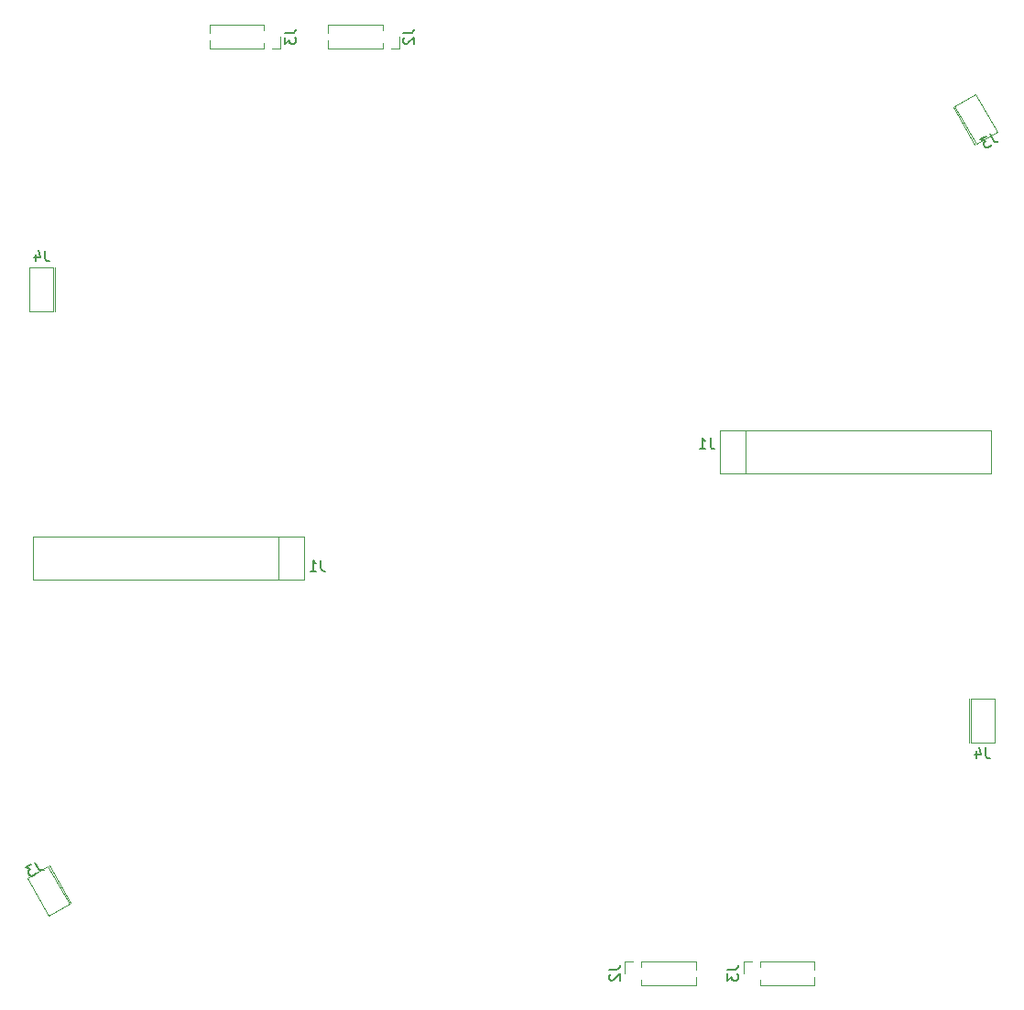
<source format=gbo>
%TF.GenerationSoftware,KiCad,Pcbnew,(6.0.1)*%
%TF.CreationDate,2022-10-14T11:51:34+08:00*%
%TF.ProjectId,CRVisionJoystickMerge,43525669-7369-46f6-9e4a-6f7973746963,rev?*%
%TF.SameCoordinates,Original*%
%TF.FileFunction,Legend,Bot*%
%TF.FilePolarity,Positive*%
%FSLAX46Y46*%
G04 Gerber Fmt 4.6, Leading zero omitted, Abs format (unit mm)*
G04 Created by KiCad (PCBNEW (6.0.1)) date 2022-10-14 11:51:34*
%MOMM*%
%LPD*%
G01*
G04 APERTURE LIST*
G04 Aperture macros list*
%AMHorizOval*
0 Thick line with rounded ends*
0 $1 width*
0 $2 $3 position (X,Y) of the first rounded end (center of the circle)*
0 $4 $5 position (X,Y) of the second rounded end (center of the circle)*
0 Add line between two ends*
20,1,$1,$2,$3,$4,$5,0*
0 Add two circle primitives to create the rounded ends*
1,1,$1,$2,$3*
1,1,$1,$4,$5*%
G04 Aperture macros list end*
%ADD10C,0.150000*%
%ADD11C,0.120000*%
%ADD12R,1.700000X1.700000*%
%ADD13O,1.700000X1.700000*%
%ADD14O,1.200000X3.000000*%
%ADD15R,1.000000X1.000000*%
%ADD16O,1.000000X1.000000*%
%ADD17HorizOval,1.200000X-0.450000X0.779423X0.450000X-0.779423X0*%
G04 APERTURE END LIST*
D10*
X112733333Y-81852380D02*
X112733333Y-82566666D01*
X112780952Y-82709523D01*
X112876190Y-82804761D01*
X113019047Y-82852380D01*
X113114285Y-82852380D01*
X111733333Y-82852380D02*
X112304761Y-82852380D01*
X112019047Y-82852380D02*
X112019047Y-81852380D01*
X112114285Y-81995238D01*
X112209523Y-82090476D01*
X112304761Y-82138095D01*
X139369380Y-119716666D02*
X140083666Y-119716666D01*
X140226523Y-119669047D01*
X140321761Y-119573809D01*
X140369380Y-119430952D01*
X140369380Y-119335714D01*
X139464619Y-120145238D02*
X139417000Y-120192857D01*
X139369380Y-120288095D01*
X139369380Y-120526190D01*
X139417000Y-120621428D01*
X139464619Y-120669047D01*
X139559857Y-120716666D01*
X139655095Y-120716666D01*
X139797952Y-120669047D01*
X140369380Y-120097619D01*
X140369380Y-120716666D01*
X86265917Y-109773941D02*
X86623060Y-110392530D01*
X86735728Y-110492439D01*
X86865826Y-110527298D01*
X87013353Y-110497109D01*
X87095832Y-110449490D01*
X85936003Y-109964417D02*
X85399892Y-110273941D01*
X85879043Y-110437189D01*
X85755325Y-110508617D01*
X85696656Y-110597476D01*
X85679226Y-110662524D01*
X85685606Y-110768812D01*
X85804654Y-110975009D01*
X85893512Y-111033678D01*
X85958561Y-111051108D01*
X86064849Y-111044728D01*
X86312285Y-110901871D01*
X86370954Y-110813013D01*
X86388384Y-110747964D01*
X150301380Y-119716666D02*
X151015666Y-119716666D01*
X151158523Y-119669047D01*
X151253761Y-119573809D01*
X151301380Y-119430952D01*
X151301380Y-119335714D01*
X150301380Y-120097619D02*
X150301380Y-120716666D01*
X150682333Y-120383333D01*
X150682333Y-120526190D01*
X150729952Y-120621428D01*
X150777571Y-120669047D01*
X150872809Y-120716666D01*
X151110904Y-120716666D01*
X151206142Y-120669047D01*
X151253761Y-120621428D01*
X151301380Y-120526190D01*
X151301380Y-120240476D01*
X151253761Y-120145238D01*
X151206142Y-120097619D01*
X148733333Y-70552380D02*
X148733333Y-71266666D01*
X148780952Y-71409523D01*
X148876190Y-71504761D01*
X149019047Y-71552380D01*
X149114285Y-71552380D01*
X147733333Y-71552380D02*
X148304761Y-71552380D01*
X148019047Y-71552380D02*
X148019047Y-70552380D01*
X148114285Y-70695238D01*
X148209523Y-70790476D01*
X148304761Y-70838095D01*
X109403380Y-33116666D02*
X110117666Y-33116666D01*
X110260523Y-33069047D01*
X110355761Y-32973809D01*
X110403380Y-32830952D01*
X110403380Y-32735714D01*
X109403380Y-33497619D02*
X109403380Y-34116666D01*
X109784333Y-33783333D01*
X109784333Y-33926190D01*
X109831952Y-34021428D01*
X109879571Y-34069047D01*
X109974809Y-34116666D01*
X110212904Y-34116666D01*
X110308142Y-34069047D01*
X110355761Y-34021428D01*
X110403380Y-33926190D01*
X110403380Y-33640476D01*
X110355761Y-33545238D01*
X110308142Y-33497619D01*
X174213333Y-99182380D02*
X174213333Y-99896666D01*
X174260952Y-100039523D01*
X174356190Y-100134761D01*
X174499047Y-100182380D01*
X174594285Y-100182380D01*
X173308571Y-99515714D02*
X173308571Y-100182380D01*
X173546666Y-99134761D02*
X173784761Y-99849047D01*
X173165714Y-99849047D01*
X174563813Y-42444221D02*
X174920956Y-43062810D01*
X175033624Y-43162719D01*
X175163722Y-43197578D01*
X175311249Y-43167389D01*
X175393728Y-43119770D01*
X174233899Y-42634697D02*
X173697788Y-42944221D01*
X174176939Y-43107469D01*
X174053221Y-43178897D01*
X173994552Y-43267756D01*
X173977122Y-43332804D01*
X173983502Y-43439092D01*
X174102550Y-43645289D01*
X174191408Y-43703958D01*
X174256457Y-43721388D01*
X174362745Y-43715008D01*
X174610181Y-43572151D01*
X174668850Y-43483293D01*
X174686280Y-43418244D01*
X120335380Y-33116666D02*
X121049666Y-33116666D01*
X121192523Y-33069047D01*
X121287761Y-32973809D01*
X121335380Y-32830952D01*
X121335380Y-32735714D01*
X120430619Y-33545238D02*
X120383000Y-33592857D01*
X120335380Y-33688095D01*
X120335380Y-33926190D01*
X120383000Y-34021428D01*
X120430619Y-34069047D01*
X120525857Y-34116666D01*
X120621095Y-34116666D01*
X120763952Y-34069047D01*
X121335380Y-33497619D01*
X121335380Y-34116666D01*
X87253333Y-53222380D02*
X87253333Y-53936666D01*
X87300952Y-54079523D01*
X87396190Y-54174761D01*
X87539047Y-54222380D01*
X87634285Y-54222380D01*
X86348571Y-53555714D02*
X86348571Y-54222380D01*
X86586666Y-53174761D02*
X86824761Y-53889047D01*
X86205714Y-53889047D01*
D11*
X108790000Y-79650000D02*
X108790000Y-83650000D01*
X111160000Y-79650000D02*
X86100000Y-79650000D01*
X86100000Y-83650000D02*
X111160000Y-83650000D01*
X86100000Y-79650000D02*
X86100000Y-83650000D01*
X111160000Y-83650000D02*
X111160000Y-79650000D01*
X142372000Y-120613471D02*
X142372000Y-121160000D01*
X141612000Y-118940000D02*
X140852000Y-118940000D01*
X147387000Y-120357530D02*
X147387000Y-121160000D01*
X142372000Y-118940000D02*
X142372000Y-119486529D01*
X142372000Y-118940000D02*
X147387000Y-118940000D01*
X142372000Y-121160000D02*
X147387000Y-121160000D01*
X140852000Y-118940000D02*
X140852000Y-120050000D01*
X147387000Y-118940000D02*
X147387000Y-119742470D01*
X87568424Y-114728911D02*
X89473680Y-113628911D01*
X89473680Y-113628911D02*
X87473680Y-110164809D01*
X87473680Y-110164809D02*
X85568424Y-111264809D01*
X85568424Y-111264809D02*
X87568424Y-114728911D01*
X89620904Y-113543911D02*
X87620904Y-110079809D01*
X153304000Y-118940000D02*
X153304000Y-119486529D01*
X153304000Y-118940000D02*
X158319000Y-118940000D01*
X151784000Y-118940000D02*
X151784000Y-120050000D01*
X158319000Y-120357530D02*
X158319000Y-121160000D01*
X152544000Y-118940000D02*
X151784000Y-118940000D01*
X153304000Y-121160000D02*
X158319000Y-121160000D01*
X153304000Y-120613471D02*
X153304000Y-121160000D01*
X158319000Y-118940000D02*
X158319000Y-119742470D01*
X174700000Y-69850000D02*
X149640000Y-69850000D01*
X174700000Y-73850000D02*
X174700000Y-69850000D01*
X149640000Y-73850000D02*
X174700000Y-73850000D01*
X152010000Y-73850000D02*
X152010000Y-69850000D01*
X149640000Y-69850000D02*
X149640000Y-73850000D01*
X109016000Y-34560000D02*
X109016000Y-33450000D01*
X107496000Y-34560000D02*
X102481000Y-34560000D01*
X107496000Y-32886529D02*
X107496000Y-32340000D01*
X108256000Y-34560000D02*
X109016000Y-34560000D01*
X102481000Y-34560000D02*
X102481000Y-33757530D01*
X107496000Y-32340000D02*
X102481000Y-32340000D01*
X102481000Y-33142470D02*
X102481000Y-32340000D01*
X107496000Y-34560000D02*
X107496000Y-34013471D01*
X174980000Y-98682000D02*
X174980000Y-94682000D01*
X172610000Y-94682000D02*
X172610000Y-98682000D01*
X172780000Y-94682000D02*
X172780000Y-98682000D01*
X172780000Y-98682000D02*
X174980000Y-98682000D01*
X174980000Y-94682000D02*
X172780000Y-94682000D01*
X171326320Y-39871089D02*
X173326320Y-43335191D01*
X175231576Y-42235191D02*
X173231576Y-38771089D01*
X171179096Y-39956089D02*
X173179096Y-43420191D01*
X173326320Y-43335191D02*
X175231576Y-42235191D01*
X173231576Y-38771089D02*
X171326320Y-39871089D01*
X113413000Y-34560000D02*
X113413000Y-33757530D01*
X118428000Y-34560000D02*
X118428000Y-34013471D01*
X118428000Y-32886529D02*
X118428000Y-32340000D01*
X118428000Y-32340000D02*
X113413000Y-32340000D01*
X118428000Y-34560000D02*
X113413000Y-34560000D01*
X113413000Y-33142470D02*
X113413000Y-32340000D01*
X119948000Y-34560000D02*
X119948000Y-33450000D01*
X119188000Y-34560000D02*
X119948000Y-34560000D01*
X85820000Y-54818000D02*
X85820000Y-58818000D01*
X88020000Y-58818000D02*
X88020000Y-54818000D01*
X88020000Y-54818000D02*
X85820000Y-54818000D01*
X85820000Y-58818000D02*
X88020000Y-58818000D01*
X88190000Y-58818000D02*
X88190000Y-54818000D01*
%LPC*%
D12*
X87682000Y-70280000D03*
D13*
X87682000Y-67740000D03*
D12*
X173118000Y-83220000D03*
D13*
X173118000Y-85760000D03*
D12*
X124350000Y-88046000D03*
D13*
X124350000Y-90586000D03*
D12*
X136450000Y-65454000D03*
D13*
X136450000Y-62914000D03*
D14*
X110060000Y-81650000D03*
X107520000Y-81650000D03*
X104980000Y-81650000D03*
X102440000Y-81650000D03*
X99900000Y-81650000D03*
X97360000Y-81650000D03*
X94820000Y-81650000D03*
X92280000Y-81650000D03*
X89740000Y-81650000D03*
X87200000Y-81650000D03*
D15*
X141612000Y-120050000D03*
D16*
X142882000Y-120050000D03*
X144152000Y-120050000D03*
X145422000Y-120050000D03*
X146692000Y-120050000D03*
D17*
X87496052Y-112403559D03*
D15*
X152544000Y-120050000D03*
D16*
X153814000Y-120050000D03*
X155084000Y-120050000D03*
X156354000Y-120050000D03*
X157624000Y-120050000D03*
D14*
X150740000Y-71850000D03*
X153280000Y-71850000D03*
X155820000Y-71850000D03*
X158360000Y-71850000D03*
X160900000Y-71850000D03*
X163440000Y-71850000D03*
X165980000Y-71850000D03*
X168520000Y-71850000D03*
X171060000Y-71850000D03*
X173600000Y-71850000D03*
D15*
X108256000Y-33450000D03*
D16*
X106986000Y-33450000D03*
X105716000Y-33450000D03*
X104446000Y-33450000D03*
X103176000Y-33450000D03*
D14*
X173880000Y-96732000D03*
D17*
X173303948Y-41096441D03*
D15*
X119188000Y-33450000D03*
D16*
X117918000Y-33450000D03*
X116648000Y-33450000D03*
X115378000Y-33450000D03*
X114108000Y-33450000D03*
D14*
X86920000Y-56768000D03*
M02*

</source>
